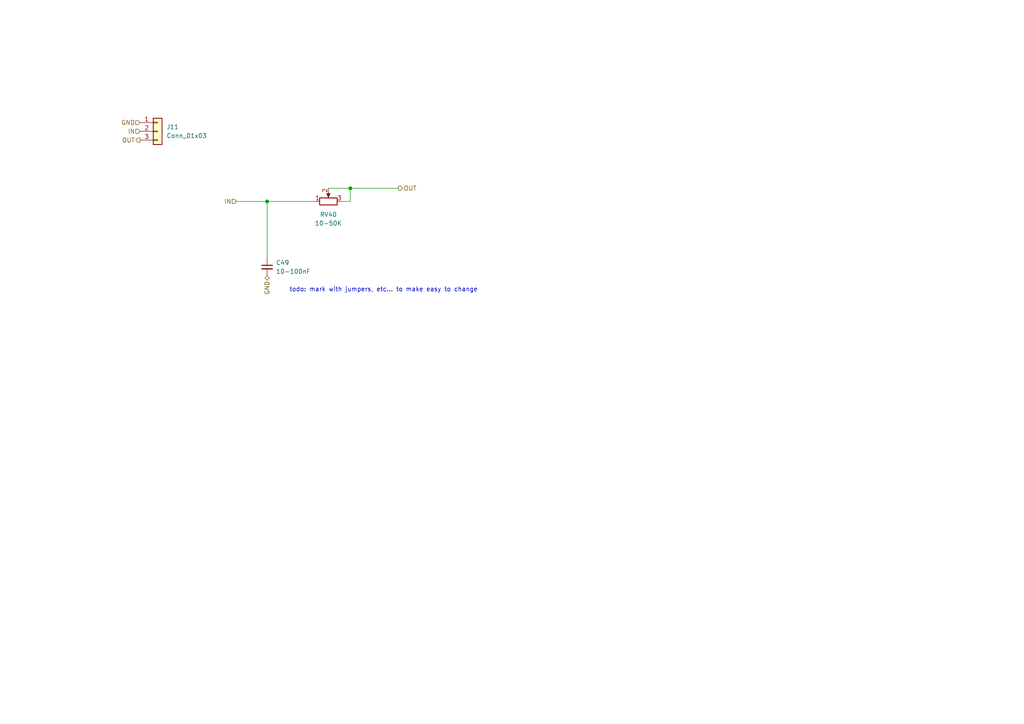
<source format=kicad_sch>
(kicad_sch (version 20231120) (generator "eeschema") (generator_version "8.0")
  (paper "A4")
  (lib_symbols
    (symbol "Connector_Generic:Conn_01x03" (pin_names (offset 1.016) hide)
      (property "Reference" "J" (at 0 5.08 0))
      (property "Value" "Conn_01x03" (at 0 -5.08 0))
      (symbol "Conn_01x03_1_1"
        (rectangle (start -1.27 -2.413) (end 0 -2.667) (stroke (width 0.1524)))
        (rectangle (start -1.27 0.127) (end 0 -0.127) (stroke (width 0.1524)))
        (rectangle (start -1.27 2.667) (end 0 2.413) (stroke (width 0.1524)))
        (rectangle (start -1.27 3.81) (end 1.27 -3.81) (stroke (width 0.254)) (fill (type background)))
        (pin passive line (at -5.08 2.54 0) (length 3.81) (name "Pin_1") (number "1"))
        (pin passive line (at -5.08 0 0) (length 3.81) (name "Pin_2") (number "2"))
        (pin passive line (at -5.08 -2.54 0) (length 3.81) (name "Pin_3") (number "3"))
      )
    )
    (symbol "Device:C_Small" (pin_numbers hide) (pin_names (offset 0.254) hide)
      (property "Reference" "C" (at 0.254 1.778 0))
      (property "Value" "C_Small" (at 0.254 -2.032 0))
      (symbol "C_Small_0_1"
        (polyline (pts (xy -1.524 -0.508) (xy 1.524 -0.508)) (stroke (width 0.3302)))
        (polyline (pts (xy -1.524 0.508) (xy 1.524 0.508)) (stroke (width 0.3048)))
      )
      (symbol "C_Small_1_1"
        (pin passive line (at 0 2.54 270) (length 2.032) (name "~") (number "1"))
        (pin passive line (at 0 -2.54 90) (length 2.032) (name "~") (number "2"))
      )
    )
    (symbol "Device:R_Potentiometer" (pin_names (offset 1.016) hide)
      (property "Reference" "RV" (at -4.445 0 90))
      (property "Value" "R_Potentiometer" (at -2.54 0 90))
      (symbol "R_Potentiometer_0_1"
        (polyline (pts (xy 2.54 0) (xy 1.524 0)))
        (polyline (pts (xy 1.143 0) (xy 2.286 0.508) (xy 2.286 -0.508) (xy 1.143 0)) (fill (type outline)))
        (rectangle (start 1.016 2.54) (end -1.016 -2.54) (stroke (width 0.254)))
      )
      (symbol "R_Potentiometer_1_1"
        (pin passive line (at 0 3.81 270) (length 1.27) (name "1") (number "1"))
        (pin passive line (at 3.81 0 180) (length 1.27) (name "2") (number "2"))
        (pin passive line (at 0 -3.81 90) (length 1.27) (name "3") (number "3"))
      )
    )
  )
  (junction (at 77.47 58.42))
  (junction (at 101.6 54.61))
  (wire (pts (xy 101.6 58.42) (xy 101.6 54.61)))
  (wire (pts (xy 68.58 58.42) (xy 77.47 58.42)))
  (wire (pts (xy 77.47 58.42) (xy 77.47 74.93)))
  (wire (pts (xy 99.06 58.42) (xy 101.6 58.42)))
  (wire (pts (xy 77.47 58.42) (xy 91.44 58.42)))
  (wire (pts (xy 101.6 54.61) (xy 115.57 54.61)))
  (wire (pts (xy 95.25 54.61) (xy 101.6 54.61)))
  (text "todo: mark with jumpers, etc... to make easy to change\n" (at 111.252 84.074 0) (effects (font (size 1.27 1.27))))
  (hierarchical_label "OUT" (shape output) (at 40.64 40.64 180))
  (hierarchical_label "GND" (shape bidirectional) (at 77.47 80.01 270))
  (hierarchical_label "IN" (shape input) (at 68.58 58.42 180))
  (hierarchical_label "IN" (shape input) (at 40.64 38.1 180))
  (hierarchical_label "OUT" (shape output) (at 115.57 54.61 0))
  (hierarchical_label "GND" (shape input) (at 40.64 35.56 180))
  (symbol (lib_id "Device:C_Small") (at 77.47 77.47 0) (unit 1)
    (property "Reference" "C49" (at 80.01 76.2062 0) (effects (justify left)))
    (property "Value" "10-100nF" (at 80.01 78.7462 0) (effects (justify left)))
    (property "Footprint" "Capacitor_SMD:C_0805_2012Metric" (effects (hide yes)))
    (property "Description" "Unpolarized capacitor, small symbol" (effects (hide yes)))
  )
  (symbol (lib_id "Device:R_Potentiometer") (at 95.25 58.42 90) (unit 1)
    (property "Reference" "RV40" (at 95.25 62.23 90))
    (property "Value" "10-50K" (at 95.25 64.77 90))
    (property "Footprint" "Pot_RV09AF-ALPHA:Pot_RV09AF-ALPHA" (effects (hide yes)))
    (property "Description" "Potentiometer" (effects (hide yes)))
  )
  (symbol (lib_id "Connector_Generic:Conn_01x03") (at 45.72 38.1 0) (unit 1)
    (property "Reference" "J11" (at 48.26 36.8299 0) (effects (justify left)))
    (property "Value" "Conn_01x03" (at 48.26 39.3699 0) (effects (justify left)))
    (property "Footprint" "Connector_PinSocket_2.54mm:PinSocket_1x03_P2.54mm_Vertical" (effects (hide yes)))
    (property "Description" "Generic connector, single row, 01x03, script generated (kicad-library-utils/schlib/autogen/connector/)" (effects (hide yes)))
  )
)
</source>
